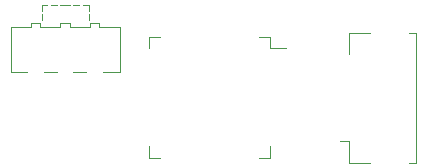
<source format=gbr>
G04 #@! TF.GenerationSoftware,KiCad,Pcbnew,(5.1.5)-3*
G04 #@! TF.CreationDate,2020-06-14T17:26:15+08:00*
G04 #@! TF.ProjectId,AdvancedSTLink,41647661-6e63-4656-9453-544c696e6b2e,rev?*
G04 #@! TF.SameCoordinates,Original*
G04 #@! TF.FileFunction,Legend,Bot*
G04 #@! TF.FilePolarity,Positive*
%FSLAX46Y46*%
G04 Gerber Fmt 4.6, Leading zero omitted, Abs format (unit mm)*
G04 Created by KiCad (PCBNEW (5.1.5)-3) date 2020-06-14 17:26:15*
%MOMM*%
%LPD*%
G04 APERTURE LIST*
%ADD10C,0.120000*%
G04 APERTURE END LIST*
D10*
X198935000Y-100290000D02*
X200275000Y-100290000D01*
X198935000Y-99340000D02*
X198935000Y-100290000D01*
X197985000Y-99340000D02*
X198935000Y-99340000D01*
X188715000Y-99340000D02*
X188715000Y-100290000D01*
X189665000Y-99340000D02*
X188715000Y-99340000D01*
X198935000Y-109560000D02*
X198935000Y-108610000D01*
X197985000Y-109560000D02*
X198935000Y-109560000D01*
X188715000Y-109560000D02*
X188715000Y-108610000D01*
X189665000Y-109560000D02*
X188715000Y-109560000D01*
X211260000Y-98965000D02*
X210710000Y-98965000D01*
X211260000Y-110035000D02*
X211260000Y-98965000D01*
X210710000Y-110035000D02*
X211260000Y-110035000D01*
X205590000Y-98965000D02*
X205590000Y-100815000D01*
X207390000Y-98965000D02*
X205590000Y-98965000D01*
X205590000Y-108185000D02*
X204850000Y-108185000D01*
X205590000Y-110035000D02*
X205590000Y-108185000D01*
X207390000Y-110035000D02*
X205590000Y-110035000D01*
X181200000Y-96600000D02*
X181200000Y-96600000D01*
X182000000Y-96600000D02*
X181200000Y-96600000D01*
X182300000Y-96600000D02*
X182300000Y-96600000D01*
X182800000Y-96600000D02*
X182300000Y-96600000D01*
X180900000Y-96600000D02*
X180900000Y-96600000D01*
X180400000Y-96600000D02*
X180900000Y-96600000D01*
X179600000Y-97900000D02*
X179600000Y-97900000D01*
X179600000Y-97400000D02*
X179600000Y-97900000D01*
X183600000Y-97900000D02*
X183600000Y-97900000D01*
X183600000Y-97400000D02*
X183600000Y-97900000D01*
X183600000Y-97100000D02*
X183600000Y-97100000D01*
X183600000Y-96600000D02*
X183600000Y-97100000D01*
X183100000Y-96600000D02*
X183100000Y-96600000D01*
X183600000Y-96600000D02*
X183100000Y-96600000D01*
X180100000Y-96600000D02*
X180100000Y-96600000D01*
X179600000Y-96600000D02*
X180100000Y-96600000D01*
X179600000Y-97100000D02*
X179600000Y-97100000D01*
X179600000Y-96600000D02*
X179600000Y-97100000D01*
X177000000Y-98500000D02*
X177000000Y-98500000D01*
X178700000Y-98500000D02*
X177000000Y-98500000D01*
X178700000Y-98200000D02*
X178700000Y-98500000D01*
X179500000Y-98200000D02*
X178700000Y-98200000D01*
X179500000Y-98500000D02*
X179500000Y-98200000D01*
X181200000Y-98500000D02*
X179500000Y-98500000D01*
X181200000Y-98200000D02*
X181200000Y-98500000D01*
X182000000Y-98200000D02*
X181200000Y-98200000D01*
X182000000Y-98500000D02*
X182000000Y-98200000D01*
X183700000Y-98500000D02*
X182000000Y-98500000D01*
X183700000Y-98200000D02*
X183700000Y-98500000D01*
X184500000Y-98200000D02*
X183700000Y-98200000D01*
X184500000Y-98500000D02*
X184500000Y-98200000D01*
X186200000Y-98500000D02*
X184500000Y-98500000D01*
X179800000Y-102300000D02*
X179800000Y-102300000D01*
X180900000Y-102300000D02*
X179800000Y-102300000D01*
X182300000Y-102300000D02*
X182300000Y-102300000D01*
X183400000Y-102300000D02*
X182300000Y-102300000D01*
X177000000Y-102300000D02*
X178400000Y-102300000D01*
X177000000Y-98500000D02*
X177000000Y-102300000D01*
X186200000Y-102300000D02*
X186200000Y-98500000D01*
X184800000Y-102300000D02*
X186200000Y-102300000D01*
M02*

</source>
